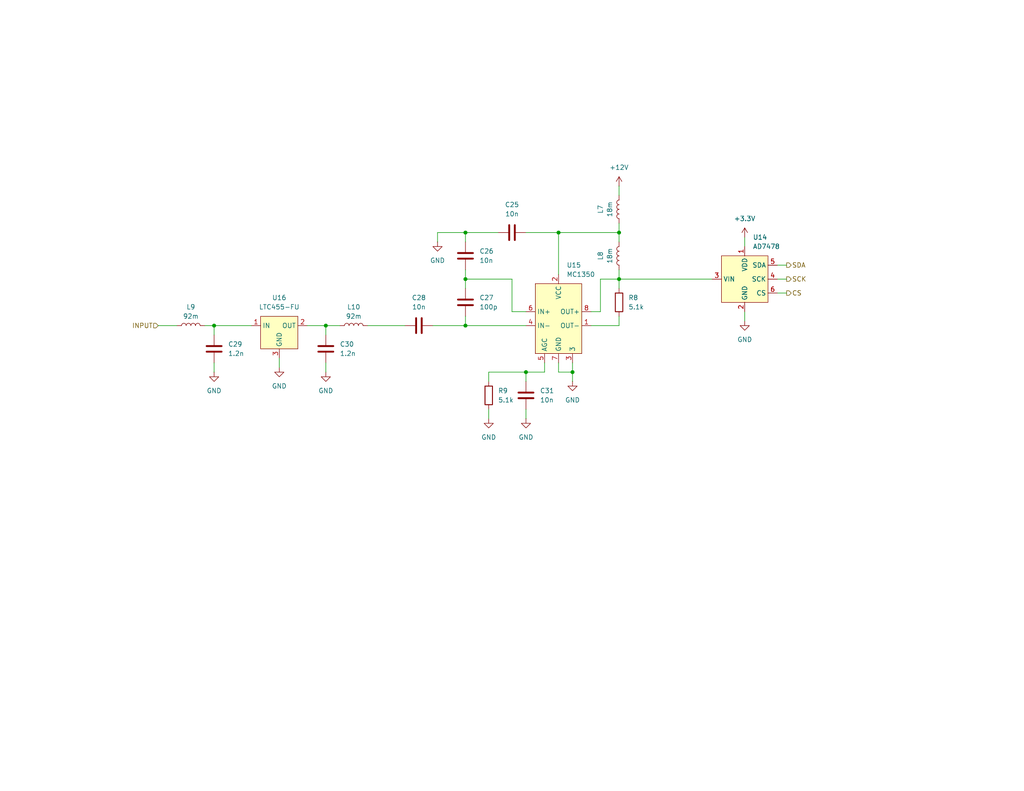
<source format=kicad_sch>
(kicad_sch (version 20231120) (generator "eeschema") (generator_version "8.0")
  (paper "USLetter")
  (title_block (title "IF Stage") (date "2024-04-14") (rev "1"))
  (lib_symbols
    (symbol "Device:C" (pin_numbers hide) (pin_names (offset 0.254))
      (property "Reference" "C" (at 0.635 2.54 0))
      (property "Value" "C" (at 0.635 -2.54 0))
      (symbol "C_0_1"
        (polyline (pts (xy -2.032 -0.762) (xy 2.032 -0.762)) (stroke (width 0.508)))
        (polyline (pts (xy -2.032 0.762) (xy 2.032 0.762)) (stroke (width 0.508)))
      )
      (symbol "C_1_1"
        (pin passive line (at 0 3.81 270) (length 2.794) (name "~") (number "1"))
        (pin passive line (at 0 -3.81 90) (length 2.794) (name "~") (number "2"))
      )
    )
    (symbol "Device:L" (pin_numbers hide) (pin_names (offset 1.016) hide)
      (property "Reference" "L" (at -1.27 0 90))
      (property "Value" "L" (at 1.905 0 90))
      (symbol "L_0_1"
        (arc (start 0 -2.54) (mid 0.6323 -1.905) (end 0 -1.27))
        (arc (start 0 -1.27) (mid 0.6323 -0.635) (end 0 0))
        (arc (start 0 0) (mid 0.6323 0.635) (end 0 1.27))
        (arc (start 0 1.27) (mid 0.6323 1.905) (end 0 2.54))
      )
      (symbol "L_1_1"
        (pin passive line (at 0 3.81 270) (length 1.27) (name "1") (number "1"))
        (pin passive line (at 0 -3.81 90) (length 1.27) (name "2") (number "2"))
      )
    )
    (symbol "Device:R" (pin_numbers hide) (pin_names (offset 0))
      (property "Reference" "R" (at 2.032 0 90))
      (property "Value" "R" (at 0 0 90))
      (symbol "R_0_1"
        (rectangle (start -1.016 -2.54) (end 1.016 2.54) (stroke (width 0.254)))
      )
      (symbol "R_1_1"
        (pin passive line (at 0 3.81 270) (length 1.27) (name "~") (number "1"))
        (pin passive line (at 0 -3.81 90) (length 1.27) (name "~") (number "2"))
      )
    )
    (symbol "msr20:AD7478"
      (property "Reference" "U" (at 1.27 3.81 0))
      (property "Value" "AD7478" (at 1.27 1.27 0))
      (symbol "AD7478_1_1"
        (rectangle (start -6.35 0) (end 6.35 -12.7) (fill (type background)))
        (pin power_in line (at 0 2.54 270) (length 2.54) (name "VDD") (number "1"))
        (pin power_in line (at 0 -15.24 90) (length 2.54) (name "GND") (number "2"))
        (pin input line (at -8.89 -6.35 0) (length 2.54) (name "VIN") (number "3"))
        (pin input line (at 8.89 -6.35 180) (length 2.54) (name "SCK") (number "4"))
        (pin output line (at 8.89 -2.54 180) (length 2.54) (name "SDA") (number "5"))
        (pin input line (at 8.89 -10.16 180) (length 2.54) (name "CS") (number "6"))
      )
    )
    (symbol "msr20:LTC455-FU"
      (property "Reference" "U" (at 0 3.81 0))
      (property "Value" "LTC455-FU" (at 0 1.016 0))
      (symbol "LTC455-FU_1_1"
        (rectangle (start -5.08 0) (end 5.08 -8.89) (fill (type background)))
        (pin input line (at -7.62 -2.54 0) (length 2.54) (name "IN") (number "1"))
        (pin output line (at 7.62 -2.54 180) (length 2.54) (name "OUT") (number "2"))
        (pin power_in line (at 0 -11.43 90) (length 2.54) (name "GND") (number "3"))
      )
    )
    (symbol "msr20:MC1350"
      (property "Reference" "U" (at 1.27 3.81 0))
      (property "Value" "MC1350" (at 1.27 1.27 0))
      (symbol "MC1350_1_1"
        (rectangle (start -6.35 0) (end 6.35 -19.05) (fill (type background)))
        (pin output line (at 8.89 -11.43 180) (length 2.54) (name "OUT-") (number "1"))
        (pin power_in line (at 0 2.54 270) (length 2.54) (name "VCC") (number "2"))
        (pin bidirectional line (at 3.81 -21.59 90) (length 2.54) (name "3") (number "3"))
        (pin input line (at -8.89 -11.43 0) (length 2.54) (name "IN-") (number "4"))
        (pin input line (at -3.81 -21.59 90) (length 2.54) (name "AGC") (number "5"))
        (pin input line (at -8.89 -7.62 0) (length 2.54) (name "IN+") (number "6"))
        (pin power_in line (at 0 -21.59 90) (length 2.54) (name "GND") (number "7"))
        (pin output line (at 8.89 -7.62 180) (length 2.54) (name "OUT+") (number "8"))
      )
    )
    (symbol "power:+12V" (power) (pin_numbers hide) (pin_names (offset 0) hide)
      (property "Value" "+12V" (at 0 3.556 0))
      (symbol "+12V_0_1"
        (polyline (pts (xy -0.762 1.27) (xy 0 2.54)))
        (polyline (pts (xy 0 0) (xy 0 2.54)))
        (polyline (pts (xy 0 2.54) (xy 0.762 1.27)))
      )
      (symbol "+12V_1_1"
        (pin power_in line (at 0 0 90) (length 0) (name "~") (number "1"))
      )
    )
    (symbol "power:+3.3V" (power) (pin_numbers hide) (pin_names (offset 0) hide)
      (property "Value" "+3.3V" (at 0 3.556 0))
      (symbol "+3.3V_0_1"
        (polyline (pts (xy -0.762 1.27) (xy 0 2.54)))
        (polyline (pts (xy 0 0) (xy 0 2.54)))
        (polyline (pts (xy 0 2.54) (xy 0.762 1.27)))
      )
      (symbol "+3.3V_1_1"
        (pin power_in line (at 0 0 90) (length 0) (name "~") (number "1"))
      )
    )
    (symbol "power:GND" (power) (pin_numbers hide) (pin_names (offset 0) hide)
      (property "Value" "GND" (at 0 -3.81 0))
      (symbol "GND_0_1"
        (polyline (pts (xy 0 0) (xy 0 -1.27) (xy 1.27 -1.27) (xy 0 -2.54) (xy -1.27 -1.27) (xy 0 -1.27)))
      )
      (symbol "GND_1_1"
        (pin power_in line (at 0 0 270) (length 0) (name "~") (number "1"))
      )
    )
  )
  (junction (at 127 88.9))
  (junction (at 127 63.5))
  (junction (at 88.9 88.9))
  (junction (at 143.51 101.6))
  (junction (at 156.21 101.6))
  (junction (at 58.42 88.9))
  (junction (at 168.91 63.5))
  (junction (at 168.91 76.2))
  (junction (at 127 76.2))
  (junction (at 152.4 63.5))
  (wire (pts (xy 152.4 101.6) (xy 156.21 101.6)))
  (wire (pts (xy 212.09 72.39) (xy 214.63 72.39)))
  (wire (pts (xy 127 76.2) (xy 127 78.74)))
  (wire (pts (xy 119.38 63.5) (xy 119.38 66.04)))
  (wire (pts (xy 148.59 101.6) (xy 143.51 101.6)))
  (wire (pts (xy 168.91 50.8) (xy 168.91 53.34)))
  (wire (pts (xy 127 73.66) (xy 127 76.2)))
  (wire (pts (xy 168.91 63.5) (xy 168.91 66.04)))
  (wire (pts (xy 168.91 86.36) (xy 168.91 88.9)))
  (wire (pts (xy 127 63.5) (xy 135.89 63.5)))
  (wire (pts (xy 133.35 101.6) (xy 133.35 104.14)))
  (wire (pts (xy 203.2 85.09) (xy 203.2 87.63)))
  (wire (pts (xy 156.21 99.06) (xy 156.21 101.6)))
  (wire (pts (xy 143.51 85.09) (xy 139.7 85.09)))
  (wire (pts (xy 143.51 101.6) (xy 143.51 104.14)))
  (wire (pts (xy 212.09 76.2) (xy 214.63 76.2)))
  (wire (pts (xy 43.18 88.9) (xy 48.26 88.9)))
  (wire (pts (xy 203.2 64.77) (xy 203.2 67.31)))
  (wire (pts (xy 127 88.9) (xy 143.51 88.9)))
  (wire (pts (xy 139.7 85.09) (xy 139.7 76.2)))
  (wire (pts (xy 88.9 88.9) (xy 88.9 91.44)))
  (wire (pts (xy 152.4 63.5) (xy 168.91 63.5)))
  (wire (pts (xy 168.91 60.96) (xy 168.91 63.5)))
  (wire (pts (xy 127 63.5) (xy 119.38 63.5)))
  (wire (pts (xy 58.42 91.44) (xy 58.42 88.9)))
  (wire (pts (xy 168.91 76.2) (xy 194.31 76.2)))
  (wire (pts (xy 152.4 63.5) (xy 152.4 74.93)))
  (wire (pts (xy 139.7 76.2) (xy 127 76.2)))
  (wire (pts (xy 55.88 88.9) (xy 58.42 88.9)))
  (wire (pts (xy 161.29 88.9) (xy 168.91 88.9)))
  (wire (pts (xy 148.59 99.06) (xy 148.59 101.6)))
  (wire (pts (xy 83.82 88.9) (xy 88.9 88.9)))
  (wire (pts (xy 58.42 88.9) (xy 68.58 88.9)))
  (wire (pts (xy 143.51 111.76) (xy 143.51 114.3)))
  (wire (pts (xy 58.42 99.06) (xy 58.42 101.6)))
  (wire (pts (xy 168.91 73.66) (xy 168.91 76.2)))
  (wire (pts (xy 152.4 99.06) (xy 152.4 101.6)))
  (wire (pts (xy 168.91 76.2) (xy 168.91 78.74)))
  (wire (pts (xy 127 66.04) (xy 127 63.5)))
  (wire (pts (xy 118.11 88.9) (xy 127 88.9)))
  (wire (pts (xy 88.9 88.9) (xy 92.71 88.9)))
  (wire (pts (xy 143.51 63.5) (xy 152.4 63.5)))
  (wire (pts (xy 88.9 99.06) (xy 88.9 101.6)))
  (wire (pts (xy 76.2 97.79) (xy 76.2 100.33)))
  (wire (pts (xy 163.83 85.09) (xy 161.29 85.09)))
  (wire (pts (xy 133.35 101.6) (xy 143.51 101.6)))
  (wire (pts (xy 212.09 80.01) (xy 214.63 80.01)))
  (wire (pts (xy 156.21 101.6) (xy 156.21 104.14)))
  (wire (pts (xy 163.83 76.2) (xy 163.83 85.09)))
  (wire (pts (xy 163.83 76.2) (xy 168.91 76.2)))
  (wire (pts (xy 100.33 88.9) (xy 110.49 88.9)))
  (wire (pts (xy 127 86.36) (xy 127 88.9)))
  (wire (pts (xy 133.35 111.76) (xy 133.35 114.3)))
  (hierarchical_label "INPUT" (shape input) (at 43.18 88.9 180))
  (hierarchical_label "SDA" (shape output) (at 214.63 72.39 0))
  (hierarchical_label "SCK" (shape output) (at 214.63 76.2 0))
  (hierarchical_label "CS" (shape output) (at 214.63 80.01 0))
  (symbol (lib_id "power:+3.3V") (at 203.2 64.77 0) (unit 1)
    (property "Reference" "#PWR051" (effects (hide yes)))
    (property "Value" "+3.3V" (at 203.2 59.69 0))
    (property "Description" "Power symbol creates a global label with name \"+3.3V\"" (effects (hide yes)))
  )
  (symbol (lib_id "Device:C") (at 127 69.85 0) (unit 1)
    (property "Reference" "C26" (at 130.81 68.5799 0) (effects (justify left)))
    (property "Value" "10n" (at 130.81 71.1199 0) (effects (justify left)))
    (property "Description" "Unpolarized capacitor" (effects (hide yes)))
  )
  (symbol (lib_id "Device:L") (at 96.52 88.9 90) (unit 1)
    (property "Reference" "L10" (at 96.52 83.82 90))
    (property "Value" "92m" (at 96.52 86.36 90))
    (property "Description" "Inductor" (effects (hide yes)))
  )
  (symbol (lib_id "power:GND") (at 143.51 114.3 0) (unit 1)
    (property "Reference" "#PWR059" (effects (hide yes)))
    (property "Value" "GND" (at 143.51 119.38 0))
    (property "Description" "Power symbol creates a global label with name \"GND\" , ground" (effects (hide yes)))
  )
  (symbol (lib_id "power:GND") (at 133.35 114.3 0) (unit 1)
    (property "Reference" "#PWR058" (effects (hide yes)))
    (property "Value" "GND" (at 133.35 119.38 0))
    (property "Description" "Power symbol creates a global label with name \"GND\" , ground" (effects (hide yes)))
  )
  (symbol (lib_id "power:GND") (at 76.2 100.33 0) (unit 1)
    (property "Reference" "#PWR054" (effects (hide yes)))
    (property "Value" "GND" (at 76.2 105.41 0))
    (property "Description" "Power symbol creates a global label with name \"GND\" , ground" (effects (hide yes)))
  )
  (symbol (lib_id "power:GND") (at 58.42 101.6 0) (unit 1)
    (property "Reference" "#PWR055" (effects (hide yes)))
    (property "Value" "GND" (at 58.42 106.68 0))
    (property "Description" "Power symbol creates a global label with name \"GND\" , ground" (effects (hide yes)))
  )
  (symbol (lib_id "Device:C") (at 114.3 88.9 90) (unit 1)
    (property "Reference" "C28" (at 114.3 81.28 90))
    (property "Value" "10n" (at 114.3 83.82 90))
    (property "Description" "Unpolarized capacitor" (effects (hide yes)))
  )
  (symbol (lib_id "Device:L") (at 168.91 69.85 180) (unit 1)
    (property "Reference" "L8" (at 163.83 69.85 90))
    (property "Value" "18m" (at 166.37 69.85 90))
    (property "Description" "Inductor" (effects (hide yes)))
  )
  (symbol (lib_id "Device:C") (at 127 82.55 180) (unit 1)
    (property "Reference" "C27" (at 130.81 81.2799 0) (effects (justify right)))
    (property "Value" "100p" (at 130.81 83.8199 0) (effects (justify right)))
    (property "Description" "Unpolarized capacitor" (effects (hide yes)))
  )
  (symbol (lib_id "Device:C") (at 139.7 63.5 90) (unit 1)
    (property "Reference" "C25" (at 139.7 55.88 90))
    (property "Value" "10n" (at 139.7 58.42 90))
    (property "Description" "Unpolarized capacitor" (effects (hide yes)))
  )
  (symbol (lib_id "msr20:LTC455-FU") (at 76.2 86.36 0) (unit 1)
    (property "Reference" "U16" (at 76.2 81.28 0))
    (property "Value" "LTC455-FU" (at 76.2 83.82 0))
    (property "Footprint" "msr20:LTC455" (effects (hide yes)))
    (property "Datasheet" "https://transko.com/img/product/filterCeramic_pdf/11%20LTC455.pdf" (effects (hide yes)))
    (property "Description" "Ceramic Bandpass Filter" (effects (hide yes)))
  )
  (symbol (lib_id "Device:C") (at 58.42 95.25 180) (unit 1)
    (property "Reference" "C29" (at 62.23 93.9799 0) (effects (justify right)))
    (property "Value" "1.2n" (at 62.23 96.5199 0) (effects (justify right)))
    (property "Footprint" "Capacitor_SMD:C_0805_2012Metric" (effects (hide yes)))
    (property "Description" "Unpolarized capacitor" (effects (hide yes)))
  )
  (symbol (lib_id "Device:L") (at 168.91 57.15 180) (unit 1)
    (property "Reference" "L7" (at 163.83 57.15 90))
    (property "Value" "18m" (at 166.37 57.15 90))
    (property "Description" "Inductor" (effects (hide yes)))
  )
  (symbol (lib_id "power:GND") (at 119.38 66.04 0) (unit 1)
    (property "Reference" "#PWR052" (effects (hide yes)))
    (property "Value" "GND" (at 119.38 71.12 0))
    (property "Description" "Power symbol creates a global label with name \"GND\" , ground" (effects (hide yes)))
  )
  (symbol (lib_id "Device:R") (at 168.91 82.55 0) (unit 1)
    (property "Reference" "R8" (at 171.45 81.2799 0) (effects (justify left)))
    (property "Value" "5.1k" (at 171.45 83.8199 0) (effects (justify left)))
    (property "Description" "Resistor" (effects (hide yes)))
  )
  (symbol (lib_id "Device:R") (at 133.35 107.95 0) (unit 1)
    (property "Reference" "R9" (at 135.89 106.6799 0) (effects (justify left)))
    (property "Value" "5.1k" (at 135.89 109.2199 0) (effects (justify left)))
    (property "Description" "Resistor" (effects (hide yes)))
  )
  (symbol (lib_id "msr20:MC1350") (at 152.4 77.47 0) (unit 1)
    (property "Reference" "U15" (at 154.5941 72.39 0) (effects (justify left)))
    (property "Value" "MC1350" (at 154.5941 74.93 0) (effects (justify left)))
    (property "Datasheet" "https://www.jameco.com/Jameco/Products/ProdDS/24942.pdf" (effects (hide yes)))
    (property "Description" "Monolithic IF Amplifier" (effects (hide yes)))
  )
  (symbol (lib_id "power:+12V") (at 168.91 50.8 0) (unit 1)
    (property "Reference" "#PWR050" (effects (hide yes)))
    (property "Value" "+12V" (at 168.91 45.72 0))
    (property "Description" "Power symbol creates a global label with name \"+12V\"" (effects (hide yes)))
  )
  (symbol (lib_id "power:GND") (at 88.9 101.6 0) (unit 1)
    (property "Reference" "#PWR056" (effects (hide yes)))
    (property "Value" "GND" (at 88.9 106.68 0))
    (property "Description" "Power symbol creates a global label with name \"GND\" , ground" (effects (hide yes)))
  )
  (symbol (lib_id "Device:C") (at 143.51 107.95 0) (unit 1)
    (property "Reference" "C31" (at 147.32 106.6799 0) (effects (justify left)))
    (property "Value" "10n" (at 147.32 109.2199 0) (effects (justify left)))
    (property "Description" "Unpolarized capacitor" (effects (hide yes)))
  )
  (symbol (lib_id "Device:L") (at 52.07 88.9 90) (unit 1)
    (property "Reference" "L9" (at 52.07 83.82 90))
    (property "Value" "92m" (at 52.07 86.36 90))
    (property "Description" "Inductor" (effects (hide yes)))
  )
  (symbol (lib_id "msr20:AD7478") (at 203.2 69.85 0) (unit 1)
    (property "Reference" "U14" (at 205.3941 64.77 0) (effects (justify left)))
    (property "Value" "AD7478" (at 205.3941 67.31 0) (effects (justify left)))
    (property "Footprint" "Package_TO_SOT_SMD:SOT-23-6" (effects (hide yes)))
  )
  (symbol (lib_id "power:GND") (at 203.2 87.63 0) (unit 1)
    (property "Reference" "#PWR053" (effects (hide yes)))
    (property "Value" "GND" (at 203.2 92.71 0))
    (property "Description" "Power symbol creates a global label with name \"GND\" , ground" (effects (hide yes)))
  )
  (symbol (lib_id "power:GND") (at 156.21 104.14 0) (unit 1)
    (property "Reference" "#PWR057" (effects (hide yes)))
    (property "Value" "GND" (at 156.21 109.22 0))
    (property "Description" "Power symbol creates a global label with name \"GND\" , ground" (effects (hide yes)))
  )
  (symbol (lib_id "Device:C") (at 88.9 95.25 180) (unit 1)
    (property "Reference" "C30" (at 92.71 93.9799 0) (effects (justify right)))
    (property "Value" "1.2n" (at 92.71 96.5199 0) (effects (justify right)))
    (property "Footprint" "Capacitor_SMD:C_0805_2012Metric" (effects (hide yes)))
    (property "Description" "Unpolarized capacitor" (effects (hide yes)))
  )
)
</source>
